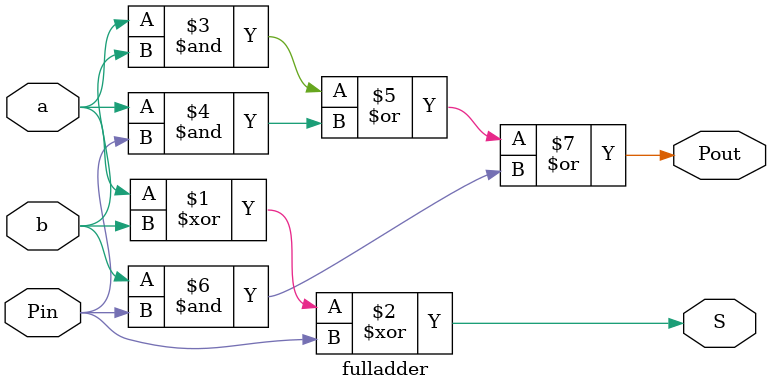
<source format=v>
`timescale 1ns / 1ps


module fulladder(
	input a,
	input b,
	input Pin,
	output S,
	output Pout
	);
	
	assign S    = a ^ b ^ Pin;
	assign Pout = (a & b) | (a & Pin) | (b & Pin);
	
endmodule

</source>
